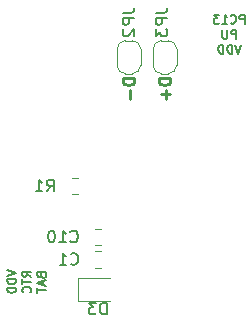
<source format=gbr>
G04 #@! TF.GenerationSoftware,KiCad,Pcbnew,7.0.1*
G04 #@! TF.CreationDate,2023-03-26T18:13:03+02:00*
G04 #@! TF.ProjectId,stm32{C_G}xxxCx_board,73746d33-327b-4432-9c47-7d7878784378,rev?*
G04 #@! TF.SameCoordinates,Original*
G04 #@! TF.FileFunction,Legend,Bot*
G04 #@! TF.FilePolarity,Positive*
%FSLAX46Y46*%
G04 Gerber Fmt 4.6, Leading zero omitted, Abs format (unit mm)*
G04 Created by KiCad (PCBNEW 7.0.1) date 2023-03-26 18:13:03*
%MOMM*%
%LPD*%
G01*
G04 APERTURE LIST*
%ADD10C,0.187500*%
%ADD11C,0.250000*%
%ADD12C,0.150000*%
%ADD13C,0.120000*%
G04 APERTURE END LIST*
D10*
X159974285Y-73371964D02*
X159974285Y-72621964D01*
X159974285Y-72621964D02*
X159688571Y-72621964D01*
X159688571Y-72621964D02*
X159617142Y-72657678D01*
X159617142Y-72657678D02*
X159581428Y-72693392D01*
X159581428Y-72693392D02*
X159545714Y-72764821D01*
X159545714Y-72764821D02*
X159545714Y-72871964D01*
X159545714Y-72871964D02*
X159581428Y-72943392D01*
X159581428Y-72943392D02*
X159617142Y-72979107D01*
X159617142Y-72979107D02*
X159688571Y-73014821D01*
X159688571Y-73014821D02*
X159974285Y-73014821D01*
X159224285Y-72621964D02*
X159224285Y-73229107D01*
X159224285Y-73229107D02*
X159188571Y-73300535D01*
X159188571Y-73300535D02*
X159152857Y-73336250D01*
X159152857Y-73336250D02*
X159081428Y-73371964D01*
X159081428Y-73371964D02*
X158938571Y-73371964D01*
X158938571Y-73371964D02*
X158867142Y-73336250D01*
X158867142Y-73336250D02*
X158831428Y-73300535D01*
X158831428Y-73300535D02*
X158795714Y-73229107D01*
X158795714Y-73229107D02*
X158795714Y-72621964D01*
X160670714Y-72101964D02*
X160670714Y-71351964D01*
X160670714Y-71351964D02*
X160385000Y-71351964D01*
X160385000Y-71351964D02*
X160313571Y-71387678D01*
X160313571Y-71387678D02*
X160277857Y-71423392D01*
X160277857Y-71423392D02*
X160242143Y-71494821D01*
X160242143Y-71494821D02*
X160242143Y-71601964D01*
X160242143Y-71601964D02*
X160277857Y-71673392D01*
X160277857Y-71673392D02*
X160313571Y-71709107D01*
X160313571Y-71709107D02*
X160385000Y-71744821D01*
X160385000Y-71744821D02*
X160670714Y-71744821D01*
X159492143Y-72030535D02*
X159527857Y-72066250D01*
X159527857Y-72066250D02*
X159635000Y-72101964D01*
X159635000Y-72101964D02*
X159706428Y-72101964D01*
X159706428Y-72101964D02*
X159813571Y-72066250D01*
X159813571Y-72066250D02*
X159885000Y-71994821D01*
X159885000Y-71994821D02*
X159920714Y-71923392D01*
X159920714Y-71923392D02*
X159956428Y-71780535D01*
X159956428Y-71780535D02*
X159956428Y-71673392D01*
X159956428Y-71673392D02*
X159920714Y-71530535D01*
X159920714Y-71530535D02*
X159885000Y-71459107D01*
X159885000Y-71459107D02*
X159813571Y-71387678D01*
X159813571Y-71387678D02*
X159706428Y-71351964D01*
X159706428Y-71351964D02*
X159635000Y-71351964D01*
X159635000Y-71351964D02*
X159527857Y-71387678D01*
X159527857Y-71387678D02*
X159492143Y-71423392D01*
X158777857Y-72101964D02*
X159206428Y-72101964D01*
X158992143Y-72101964D02*
X158992143Y-71351964D01*
X158992143Y-71351964D02*
X159063571Y-71459107D01*
X159063571Y-71459107D02*
X159135000Y-71530535D01*
X159135000Y-71530535D02*
X159206428Y-71566250D01*
X158527857Y-71351964D02*
X158063571Y-71351964D01*
X158063571Y-71351964D02*
X158313571Y-71637678D01*
X158313571Y-71637678D02*
X158206428Y-71637678D01*
X158206428Y-71637678D02*
X158135000Y-71673392D01*
X158135000Y-71673392D02*
X158099285Y-71709107D01*
X158099285Y-71709107D02*
X158063571Y-71780535D01*
X158063571Y-71780535D02*
X158063571Y-71959107D01*
X158063571Y-71959107D02*
X158099285Y-72030535D01*
X158099285Y-72030535D02*
X158135000Y-72066250D01*
X158135000Y-72066250D02*
X158206428Y-72101964D01*
X158206428Y-72101964D02*
X158420714Y-72101964D01*
X158420714Y-72101964D02*
X158492142Y-72066250D01*
X158492142Y-72066250D02*
X158527857Y-72030535D01*
X143464107Y-93426428D02*
X143499821Y-93533571D01*
X143499821Y-93533571D02*
X143535535Y-93569285D01*
X143535535Y-93569285D02*
X143606964Y-93604999D01*
X143606964Y-93604999D02*
X143714107Y-93604999D01*
X143714107Y-93604999D02*
X143785535Y-93569285D01*
X143785535Y-93569285D02*
X143821250Y-93533571D01*
X143821250Y-93533571D02*
X143856964Y-93462142D01*
X143856964Y-93462142D02*
X143856964Y-93176428D01*
X143856964Y-93176428D02*
X143106964Y-93176428D01*
X143106964Y-93176428D02*
X143106964Y-93426428D01*
X143106964Y-93426428D02*
X143142678Y-93497857D01*
X143142678Y-93497857D02*
X143178392Y-93533571D01*
X143178392Y-93533571D02*
X143249821Y-93569285D01*
X143249821Y-93569285D02*
X143321250Y-93569285D01*
X143321250Y-93569285D02*
X143392678Y-93533571D01*
X143392678Y-93533571D02*
X143428392Y-93497857D01*
X143428392Y-93497857D02*
X143464107Y-93426428D01*
X143464107Y-93426428D02*
X143464107Y-93176428D01*
X143642678Y-93890714D02*
X143642678Y-94247857D01*
X143856964Y-93819285D02*
X143106964Y-94069285D01*
X143106964Y-94069285D02*
X143856964Y-94319285D01*
X143106964Y-94462142D02*
X143106964Y-94890714D01*
X143856964Y-94676428D02*
X143106964Y-94676428D01*
X142586964Y-93551428D02*
X142229821Y-93301428D01*
X142586964Y-93122857D02*
X141836964Y-93122857D01*
X141836964Y-93122857D02*
X141836964Y-93408571D01*
X141836964Y-93408571D02*
X141872678Y-93480000D01*
X141872678Y-93480000D02*
X141908392Y-93515714D01*
X141908392Y-93515714D02*
X141979821Y-93551428D01*
X141979821Y-93551428D02*
X142086964Y-93551428D01*
X142086964Y-93551428D02*
X142158392Y-93515714D01*
X142158392Y-93515714D02*
X142194107Y-93480000D01*
X142194107Y-93480000D02*
X142229821Y-93408571D01*
X142229821Y-93408571D02*
X142229821Y-93122857D01*
X141836964Y-93765714D02*
X141836964Y-94194286D01*
X142586964Y-93980000D02*
X141836964Y-93980000D01*
X142515535Y-94872857D02*
X142551250Y-94837143D01*
X142551250Y-94837143D02*
X142586964Y-94730000D01*
X142586964Y-94730000D02*
X142586964Y-94658572D01*
X142586964Y-94658572D02*
X142551250Y-94551429D01*
X142551250Y-94551429D02*
X142479821Y-94480000D01*
X142479821Y-94480000D02*
X142408392Y-94444286D01*
X142408392Y-94444286D02*
X142265535Y-94408572D01*
X142265535Y-94408572D02*
X142158392Y-94408572D01*
X142158392Y-94408572D02*
X142015535Y-94444286D01*
X142015535Y-94444286D02*
X141944107Y-94480000D01*
X141944107Y-94480000D02*
X141872678Y-94551429D01*
X141872678Y-94551429D02*
X141836964Y-94658572D01*
X141836964Y-94658572D02*
X141836964Y-94730000D01*
X141836964Y-94730000D02*
X141872678Y-94837143D01*
X141872678Y-94837143D02*
X141908392Y-94872857D01*
D11*
X154386619Y-76716048D02*
X153386619Y-76716048D01*
X153386619Y-76716048D02*
X153386619Y-76954143D01*
X153386619Y-76954143D02*
X153434238Y-77097000D01*
X153434238Y-77097000D02*
X153529476Y-77192238D01*
X153529476Y-77192238D02*
X153624714Y-77239857D01*
X153624714Y-77239857D02*
X153815190Y-77287476D01*
X153815190Y-77287476D02*
X153958047Y-77287476D01*
X153958047Y-77287476D02*
X154148523Y-77239857D01*
X154148523Y-77239857D02*
X154243761Y-77192238D01*
X154243761Y-77192238D02*
X154339000Y-77097000D01*
X154339000Y-77097000D02*
X154386619Y-76954143D01*
X154386619Y-76954143D02*
X154386619Y-76716048D01*
X154005666Y-77716048D02*
X154005666Y-78477953D01*
X154386619Y-78097000D02*
X153624714Y-78097000D01*
D10*
X160384999Y-73891964D02*
X160134999Y-74641964D01*
X160134999Y-74641964D02*
X159884999Y-73891964D01*
X159634999Y-74641964D02*
X159634999Y-73891964D01*
X159634999Y-73891964D02*
X159456428Y-73891964D01*
X159456428Y-73891964D02*
X159349285Y-73927678D01*
X159349285Y-73927678D02*
X159277856Y-73999107D01*
X159277856Y-73999107D02*
X159242142Y-74070535D01*
X159242142Y-74070535D02*
X159206428Y-74213392D01*
X159206428Y-74213392D02*
X159206428Y-74320535D01*
X159206428Y-74320535D02*
X159242142Y-74463392D01*
X159242142Y-74463392D02*
X159277856Y-74534821D01*
X159277856Y-74534821D02*
X159349285Y-74606250D01*
X159349285Y-74606250D02*
X159456428Y-74641964D01*
X159456428Y-74641964D02*
X159634999Y-74641964D01*
X158884999Y-74641964D02*
X158884999Y-73891964D01*
X158884999Y-73891964D02*
X158706428Y-73891964D01*
X158706428Y-73891964D02*
X158599285Y-73927678D01*
X158599285Y-73927678D02*
X158527856Y-73999107D01*
X158527856Y-73999107D02*
X158492142Y-74070535D01*
X158492142Y-74070535D02*
X158456428Y-74213392D01*
X158456428Y-74213392D02*
X158456428Y-74320535D01*
X158456428Y-74320535D02*
X158492142Y-74463392D01*
X158492142Y-74463392D02*
X158527856Y-74534821D01*
X158527856Y-74534821D02*
X158599285Y-74606250D01*
X158599285Y-74606250D02*
X158706428Y-74641964D01*
X158706428Y-74641964D02*
X158884999Y-74641964D01*
D11*
X151338619Y-76716048D02*
X150338619Y-76716048D01*
X150338619Y-76716048D02*
X150338619Y-76954143D01*
X150338619Y-76954143D02*
X150386238Y-77097000D01*
X150386238Y-77097000D02*
X150481476Y-77192238D01*
X150481476Y-77192238D02*
X150576714Y-77239857D01*
X150576714Y-77239857D02*
X150767190Y-77287476D01*
X150767190Y-77287476D02*
X150910047Y-77287476D01*
X150910047Y-77287476D02*
X151100523Y-77239857D01*
X151100523Y-77239857D02*
X151195761Y-77192238D01*
X151195761Y-77192238D02*
X151291000Y-77097000D01*
X151291000Y-77097000D02*
X151338619Y-76954143D01*
X151338619Y-76954143D02*
X151338619Y-76716048D01*
X150957666Y-77716048D02*
X150957666Y-78477953D01*
D10*
X140566964Y-92980000D02*
X141316964Y-93230000D01*
X141316964Y-93230000D02*
X140566964Y-93480000D01*
X141316964Y-93730000D02*
X140566964Y-93730000D01*
X140566964Y-93730000D02*
X140566964Y-93908571D01*
X140566964Y-93908571D02*
X140602678Y-94015714D01*
X140602678Y-94015714D02*
X140674107Y-94087143D01*
X140674107Y-94087143D02*
X140745535Y-94122857D01*
X140745535Y-94122857D02*
X140888392Y-94158571D01*
X140888392Y-94158571D02*
X140995535Y-94158571D01*
X140995535Y-94158571D02*
X141138392Y-94122857D01*
X141138392Y-94122857D02*
X141209821Y-94087143D01*
X141209821Y-94087143D02*
X141281250Y-94015714D01*
X141281250Y-94015714D02*
X141316964Y-93908571D01*
X141316964Y-93908571D02*
X141316964Y-93730000D01*
X141316964Y-94480000D02*
X140566964Y-94480000D01*
X140566964Y-94480000D02*
X140566964Y-94658571D01*
X140566964Y-94658571D02*
X140602678Y-94765714D01*
X140602678Y-94765714D02*
X140674107Y-94837143D01*
X140674107Y-94837143D02*
X140745535Y-94872857D01*
X140745535Y-94872857D02*
X140888392Y-94908571D01*
X140888392Y-94908571D02*
X140995535Y-94908571D01*
X140995535Y-94908571D02*
X141138392Y-94872857D01*
X141138392Y-94872857D02*
X141209821Y-94837143D01*
X141209821Y-94837143D02*
X141281250Y-94765714D01*
X141281250Y-94765714D02*
X141316964Y-94658571D01*
X141316964Y-94658571D02*
X141316964Y-94480000D01*
D12*
X148995594Y-96727619D02*
X148995594Y-95727619D01*
X148995594Y-95727619D02*
X148757499Y-95727619D01*
X148757499Y-95727619D02*
X148614642Y-95775238D01*
X148614642Y-95775238D02*
X148519404Y-95870476D01*
X148519404Y-95870476D02*
X148471785Y-95965714D01*
X148471785Y-95965714D02*
X148424166Y-96156190D01*
X148424166Y-96156190D02*
X148424166Y-96299047D01*
X148424166Y-96299047D02*
X148471785Y-96489523D01*
X148471785Y-96489523D02*
X148519404Y-96584761D01*
X148519404Y-96584761D02*
X148614642Y-96680000D01*
X148614642Y-96680000D02*
X148757499Y-96727619D01*
X148757499Y-96727619D02*
X148995594Y-96727619D01*
X148090832Y-95727619D02*
X147471785Y-95727619D01*
X147471785Y-95727619D02*
X147805118Y-96108571D01*
X147805118Y-96108571D02*
X147662261Y-96108571D01*
X147662261Y-96108571D02*
X147567023Y-96156190D01*
X147567023Y-96156190D02*
X147519404Y-96203809D01*
X147519404Y-96203809D02*
X147471785Y-96299047D01*
X147471785Y-96299047D02*
X147471785Y-96537142D01*
X147471785Y-96537142D02*
X147519404Y-96632380D01*
X147519404Y-96632380D02*
X147567023Y-96680000D01*
X147567023Y-96680000D02*
X147662261Y-96727619D01*
X147662261Y-96727619D02*
X147947975Y-96727619D01*
X147947975Y-96727619D02*
X148043213Y-96680000D01*
X148043213Y-96680000D02*
X148090832Y-96632380D01*
X153132619Y-71175666D02*
X153846904Y-71175666D01*
X153846904Y-71175666D02*
X153989761Y-71128047D01*
X153989761Y-71128047D02*
X154085000Y-71032809D01*
X154085000Y-71032809D02*
X154132619Y-70889952D01*
X154132619Y-70889952D02*
X154132619Y-70794714D01*
X154132619Y-71651857D02*
X153132619Y-71651857D01*
X153132619Y-71651857D02*
X153132619Y-72032809D01*
X153132619Y-72032809D02*
X153180238Y-72128047D01*
X153180238Y-72128047D02*
X153227857Y-72175666D01*
X153227857Y-72175666D02*
X153323095Y-72223285D01*
X153323095Y-72223285D02*
X153465952Y-72223285D01*
X153465952Y-72223285D02*
X153561190Y-72175666D01*
X153561190Y-72175666D02*
X153608809Y-72128047D01*
X153608809Y-72128047D02*
X153656428Y-72032809D01*
X153656428Y-72032809D02*
X153656428Y-71651857D01*
X153132619Y-72556619D02*
X153132619Y-73175666D01*
X153132619Y-73175666D02*
X153513571Y-72842333D01*
X153513571Y-72842333D02*
X153513571Y-72985190D01*
X153513571Y-72985190D02*
X153561190Y-73080428D01*
X153561190Y-73080428D02*
X153608809Y-73128047D01*
X153608809Y-73128047D02*
X153704047Y-73175666D01*
X153704047Y-73175666D02*
X153942142Y-73175666D01*
X153942142Y-73175666D02*
X154037380Y-73128047D01*
X154037380Y-73128047D02*
X154085000Y-73080428D01*
X154085000Y-73080428D02*
X154132619Y-72985190D01*
X154132619Y-72985190D02*
X154132619Y-72699476D01*
X154132619Y-72699476D02*
X154085000Y-72604238D01*
X154085000Y-72604238D02*
X154037380Y-72556619D01*
X150338619Y-71175666D02*
X151052904Y-71175666D01*
X151052904Y-71175666D02*
X151195761Y-71128047D01*
X151195761Y-71128047D02*
X151291000Y-71032809D01*
X151291000Y-71032809D02*
X151338619Y-70889952D01*
X151338619Y-70889952D02*
X151338619Y-70794714D01*
X151338619Y-71651857D02*
X150338619Y-71651857D01*
X150338619Y-71651857D02*
X150338619Y-72032809D01*
X150338619Y-72032809D02*
X150386238Y-72128047D01*
X150386238Y-72128047D02*
X150433857Y-72175666D01*
X150433857Y-72175666D02*
X150529095Y-72223285D01*
X150529095Y-72223285D02*
X150671952Y-72223285D01*
X150671952Y-72223285D02*
X150767190Y-72175666D01*
X150767190Y-72175666D02*
X150814809Y-72128047D01*
X150814809Y-72128047D02*
X150862428Y-72032809D01*
X150862428Y-72032809D02*
X150862428Y-71651857D01*
X150433857Y-72604238D02*
X150386238Y-72651857D01*
X150386238Y-72651857D02*
X150338619Y-72747095D01*
X150338619Y-72747095D02*
X150338619Y-72985190D01*
X150338619Y-72985190D02*
X150386238Y-73080428D01*
X150386238Y-73080428D02*
X150433857Y-73128047D01*
X150433857Y-73128047D02*
X150529095Y-73175666D01*
X150529095Y-73175666D02*
X150624333Y-73175666D01*
X150624333Y-73175666D02*
X150767190Y-73128047D01*
X150767190Y-73128047D02*
X151338619Y-72556619D01*
X151338619Y-72556619D02*
X151338619Y-73175666D01*
X143930666Y-86314619D02*
X144263999Y-85838428D01*
X144502094Y-86314619D02*
X144502094Y-85314619D01*
X144502094Y-85314619D02*
X144121142Y-85314619D01*
X144121142Y-85314619D02*
X144025904Y-85362238D01*
X144025904Y-85362238D02*
X143978285Y-85409857D01*
X143978285Y-85409857D02*
X143930666Y-85505095D01*
X143930666Y-85505095D02*
X143930666Y-85647952D01*
X143930666Y-85647952D02*
X143978285Y-85743190D01*
X143978285Y-85743190D02*
X144025904Y-85790809D01*
X144025904Y-85790809D02*
X144121142Y-85838428D01*
X144121142Y-85838428D02*
X144502094Y-85838428D01*
X142978285Y-86314619D02*
X143549713Y-86314619D01*
X143263999Y-86314619D02*
X143263999Y-85314619D01*
X143263999Y-85314619D02*
X143359237Y-85457476D01*
X143359237Y-85457476D02*
X143454475Y-85552714D01*
X143454475Y-85552714D02*
X143549713Y-85600333D01*
X145962666Y-92442380D02*
X146010285Y-92490000D01*
X146010285Y-92490000D02*
X146153142Y-92537619D01*
X146153142Y-92537619D02*
X146248380Y-92537619D01*
X146248380Y-92537619D02*
X146391237Y-92490000D01*
X146391237Y-92490000D02*
X146486475Y-92394761D01*
X146486475Y-92394761D02*
X146534094Y-92299523D01*
X146534094Y-92299523D02*
X146581713Y-92109047D01*
X146581713Y-92109047D02*
X146581713Y-91966190D01*
X146581713Y-91966190D02*
X146534094Y-91775714D01*
X146534094Y-91775714D02*
X146486475Y-91680476D01*
X146486475Y-91680476D02*
X146391237Y-91585238D01*
X146391237Y-91585238D02*
X146248380Y-91537619D01*
X146248380Y-91537619D02*
X146153142Y-91537619D01*
X146153142Y-91537619D02*
X146010285Y-91585238D01*
X146010285Y-91585238D02*
X145962666Y-91632857D01*
X145010285Y-92537619D02*
X145581713Y-92537619D01*
X145295999Y-92537619D02*
X145295999Y-91537619D01*
X145295999Y-91537619D02*
X145391237Y-91680476D01*
X145391237Y-91680476D02*
X145486475Y-91775714D01*
X145486475Y-91775714D02*
X145581713Y-91823333D01*
X145930857Y-90537380D02*
X145978476Y-90585000D01*
X145978476Y-90585000D02*
X146121333Y-90632619D01*
X146121333Y-90632619D02*
X146216571Y-90632619D01*
X146216571Y-90632619D02*
X146359428Y-90585000D01*
X146359428Y-90585000D02*
X146454666Y-90489761D01*
X146454666Y-90489761D02*
X146502285Y-90394523D01*
X146502285Y-90394523D02*
X146549904Y-90204047D01*
X146549904Y-90204047D02*
X146549904Y-90061190D01*
X146549904Y-90061190D02*
X146502285Y-89870714D01*
X146502285Y-89870714D02*
X146454666Y-89775476D01*
X146454666Y-89775476D02*
X146359428Y-89680238D01*
X146359428Y-89680238D02*
X146216571Y-89632619D01*
X146216571Y-89632619D02*
X146121333Y-89632619D01*
X146121333Y-89632619D02*
X145978476Y-89680238D01*
X145978476Y-89680238D02*
X145930857Y-89727857D01*
X144978476Y-90632619D02*
X145549904Y-90632619D01*
X145264190Y-90632619D02*
X145264190Y-89632619D01*
X145264190Y-89632619D02*
X145359428Y-89775476D01*
X145359428Y-89775476D02*
X145454666Y-89870714D01*
X145454666Y-89870714D02*
X145549904Y-89918333D01*
X144359428Y-89632619D02*
X144264190Y-89632619D01*
X144264190Y-89632619D02*
X144168952Y-89680238D01*
X144168952Y-89680238D02*
X144121333Y-89727857D01*
X144121333Y-89727857D02*
X144073714Y-89823095D01*
X144073714Y-89823095D02*
X144026095Y-90013571D01*
X144026095Y-90013571D02*
X144026095Y-90251666D01*
X144026095Y-90251666D02*
X144073714Y-90442142D01*
X144073714Y-90442142D02*
X144121333Y-90537380D01*
X144121333Y-90537380D02*
X144168952Y-90585000D01*
X144168952Y-90585000D02*
X144264190Y-90632619D01*
X144264190Y-90632619D02*
X144359428Y-90632619D01*
X144359428Y-90632619D02*
X144454666Y-90585000D01*
X144454666Y-90585000D02*
X144502285Y-90537380D01*
X144502285Y-90537380D02*
X144549904Y-90442142D01*
X144549904Y-90442142D02*
X144597523Y-90251666D01*
X144597523Y-90251666D02*
X144597523Y-90013571D01*
X144597523Y-90013571D02*
X144549904Y-89823095D01*
X144549904Y-89823095D02*
X144502285Y-89727857D01*
X144502285Y-89727857D02*
X144454666Y-89680238D01*
X144454666Y-89680238D02*
X144359428Y-89632619D01*
D13*
X146572500Y-93655000D02*
X149257500Y-93655000D01*
X146572500Y-95575000D02*
X146572500Y-93655000D01*
X149257500Y-95575000D02*
X146572500Y-95575000D01*
X154224000Y-73545000D02*
X153624000Y-73545000D01*
X152924000Y-74245000D02*
X152924000Y-75645000D01*
X154924000Y-75645000D02*
X154924000Y-74245000D01*
X153624000Y-76345000D02*
X154224000Y-76345000D01*
X154924000Y-74245000D02*
G75*
G03*
X154224000Y-73545000I-699999J1D01*
G01*
X153624000Y-73545000D02*
G75*
G03*
X152924000Y-74245000I-1J-699999D01*
G01*
X154224000Y-76345000D02*
G75*
G03*
X154924000Y-75645000I0J700000D01*
G01*
X152924000Y-75645000D02*
G75*
G03*
X153624000Y-76345000I700000J0D01*
G01*
X151176000Y-73545000D02*
X150576000Y-73545000D01*
X149876000Y-74245000D02*
X149876000Y-75645000D01*
X151876000Y-75645000D02*
X151876000Y-74245000D01*
X150576000Y-76345000D02*
X151176000Y-76345000D01*
X151876000Y-74245000D02*
G75*
G03*
X151176000Y-73545000I-699999J1D01*
G01*
X150576000Y-73545000D02*
G75*
G03*
X149876000Y-74245000I-1J-699999D01*
G01*
X151176000Y-76345000D02*
G75*
G03*
X151876000Y-75645000I0J700000D01*
G01*
X149876000Y-75645000D02*
G75*
G03*
X150576000Y-76345000I700000J0D01*
G01*
X146045422Y-85142000D02*
X146562578Y-85142000D01*
X146045422Y-86562000D02*
X146562578Y-86562000D01*
X148546078Y-92785000D02*
X148028922Y-92785000D01*
X148546078Y-91365000D02*
X148028922Y-91365000D01*
X148546078Y-90880000D02*
X148028922Y-90880000D01*
X148546078Y-89460000D02*
X148028922Y-89460000D01*
M02*

</source>
